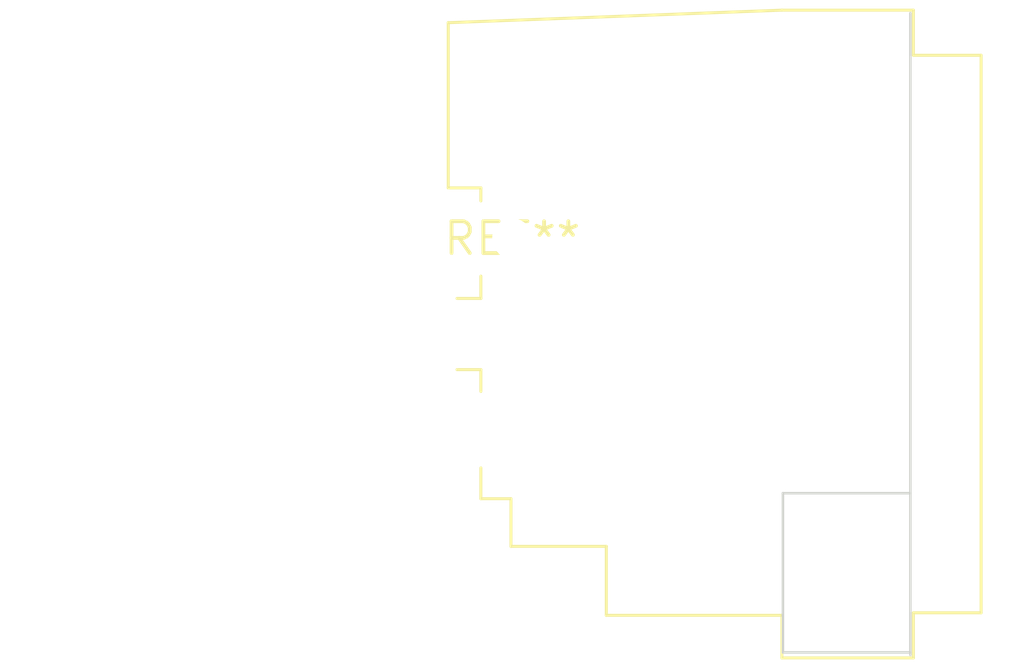
<source format=kicad_pcb>
(kicad_pcb (version 20240108) (generator pcbnew)
  (layers (0 "F.Cu" signal) (31 "B.Cu" signal) (34 "B.Paste" user) (35 "F.Paste" user) (36 "B.SilkS" user "B.Silkscreen") (37 "F.SilkS" user "F.Silkscreen") (38 "B.Mask" user) (39 "F.Mask" user) (44 "Edge.Cuts" user))
  (net 0 "")
  (footprint "Jack_XLR_Neutrik_NC3FAHR1-0_Horizontal" (layer "F.Cu") (at 0 0)
    (property "Reference" "REF**")
    (property "Value" "Jack_XLR_Neutrik_NC3FAHR1-0_Horizontal")
    (fp_line (start -2.55 -8.61) (end -2.55 -2.02) (layer "F.SilkS") (stroke (width 0.12)))
    (fp_line (start -2.55 -2.02) (end -1.25 -2.02) (layer "F.SilkS") (stroke (width 0.12)))
    (fp_line (start -1.25 -2.02) (end -1.25 -1.5) (layer "F.SilkS") (stroke (width 0.12)))
    (fp_line (start -1.25 1.5) (end -1.25 2.39) (layer "F.SilkS") (stroke (width 0.12)))
    (fp_line (start -1.25 2.39) (end -2.2 2.39) (layer "F.SilkS") (stroke (width 0.12)))
    (fp_line (start -1.25 5.23) (end -2.2 5.23) (layer "F.SilkS") (stroke (width 0.12)))
    (fp_line (start -1.25 5.23) (end -1.25 6.1) (layer "F.SilkS") (stroke (width 0.12)))
    (fp_line (start -1.25 9.15) (end -1.25 10.38) (layer "F.SilkS") (stroke (width 0.12)))
    (fp_line (start -0.05 10.38) (end -1.25 10.38) (layer "F.SilkS") (stroke (width 0.12)))
    (fp_line (start -0.05 10.38) (end -0.05 12.28) (layer "F.SilkS") (stroke (width 0.12)))
    (fp_line (start 3.75 12.28) (end -0.05 12.28) (layer "F.SilkS") (stroke (width 0.12)))
    (fp_line (start 3.75 12.28) (end 3.75 15.03) (layer "F.SilkS") (stroke (width 0.12)))
    (fp_line (start 10.75 -9.11) (end -2.55 -8.61) (layer "F.SilkS") (stroke (width 0.12)))
    (fp_line (start 10.75 15.03) (end 3.75 15.03) (layer "F.SilkS") (stroke (width 0.12)))
    (fp_line (start 10.75 16.73) (end 10.75 15.03) (layer "F.SilkS") (stroke (width 0.12)))
    (fp_line (start 15.99 -9.11) (end 10.75 -9.11) (layer "F.SilkS") (stroke (width 0.12)))
    (fp_line (start 15.99 -9.11) (end 15.99 -7.31) (layer "F.SilkS") (stroke (width 0.12)))
    (fp_line (start 15.99 -7.31) (end 18.69 -7.31) (layer "F.SilkS") (stroke (width 0.12)))
    (fp_line (start 15.99 14.93) (end 15.99 16.73) (layer "F.SilkS") (stroke (width 0.12)))
    (fp_line (start 15.99 14.93) (end 18.69 14.93) (layer "F.SilkS") (stroke (width 0.12)))
    (fp_line (start 15.99 16.73) (end 10.75 16.73) (layer "F.SilkS") (stroke (width 0.12)))
    (fp_line (start 18.69 -7.31) (end 18.69 14.93) (layer "F.SilkS") (stroke (width 0.12)))
    (fp_line (start 10.79 10.16) (end 10.79 16.51) (layer "Edge.Cuts") (stroke (width 0.1)))
    (fp_line (start 10.79 16.51) (end 15.87 16.51) (layer "Edge.Cuts") (stroke (width 0.1)))
    (fp_line (start 15.87 -8.99) (end 15.87 16.61) (layer "Edge.Cuts") (stroke (width 0.1)))
    (fp_line (start 15.87 10.16) (end 10.79 10.16) (layer "Edge.Cuts") (stroke (width 0.1)))
    (pad "" np_thru_hole circle (at 11.42 5.08) (size 1.6 1.6) (drill 1.6) (layers *.Cu *.Mask))
    (pad "1" thru_hole circle (at 0 0) (size 3.4 3.4) (drill 1.6) (layers *.Cu *.Mask) (remove_unused_layers))
    (pad "2" thru_hole circle (at -3.18 3.81) (size 2.9 2.9) (drill 1.2) (layers *.Cu *.Mask) (remove_unused_layers))
    (pad "3" thru_hole circle (at 0 7.62) (size 3.4 3.4) (drill 1.6) (layers *.Cu *.Mask) (remove_unused_layers))
  )
)
</source>
